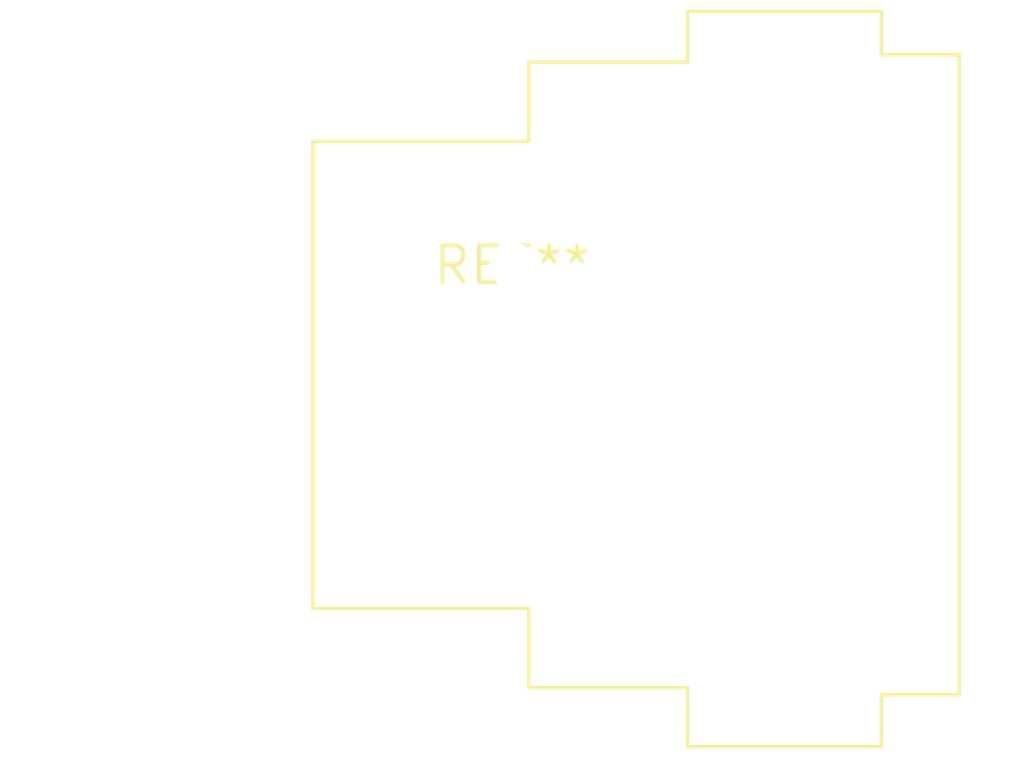
<source format=kicad_pcb>
(kicad_pcb (version 20240108) (generator pcbnew)
  (layers (0 "F.Cu" signal) (31 "B.Cu" signal) (34 "B.Paste" user) (35 "F.Paste" user) (36 "B.SilkS" user "B.Silkscreen") (37 "F.SilkS" user "F.Silkscreen") (38 "B.Mask" user) (39 "F.Mask" user) (44 "Edge.Cuts" user))
  (net 0 "")
  (footprint "Jack_XLR_Neutrik_NC3FAH_Horizontal" (layer "F.Cu") (at 0 0)
    (property "Reference" "REF**")
    (property "Value" "Jack_XLR_Neutrik_NC3FAH_Horizontal")
    (fp_line (start -6.92 -4.31) (end -6.92 11.93) (layer "F.SilkS") (stroke (width 0.12)))
    (fp_line (start 0.58 -7.06) (end 0.58 -4.31) (layer "F.SilkS") (stroke (width 0.12)))
    (fp_line (start 0.58 -4.31) (end -6.92 -4.31) (layer "F.SilkS") (stroke (width 0.12)))
    (fp_line (start 0.58 11.93) (end -6.92 11.93) (layer "F.SilkS") (stroke (width 0.12)))
    (fp_line (start 0.58 11.93) (end 0.58 14.68) (layer "F.SilkS") (stroke (width 0.12)))
    (fp_line (start 6.08 -7.06) (end 0.58 -7.06) (layer "F.SilkS") (stroke (width 0.12)))
    (fp_line (start 6.08 -7.06) (end 6.08 -8.81) (layer "F.SilkS") (stroke (width 0.12)))
    (fp_line (start 6.08 14.68) (end 0.58 14.68) (layer "F.SilkS") (stroke (width 0.12)))
    (fp_line (start 6.08 16.73) (end 6.08 14.68) (layer "F.SilkS") (stroke (width 0.12)))
    (fp_line (start 12.82 -8.81) (end 6.08 -8.81) (layer "F.SilkS") (stroke (width 0.12)))
    (fp_line (start 12.82 -8.81) (end 12.82 -7.31) (layer "F.SilkS") (stroke (width 0.12)))
    (fp_line (start 12.82 -7.31) (end 15.52 -7.31) (layer "F.SilkS") (stroke (width 0.12)))
    (fp_line (start 12.82 14.93) (end 12.82 16.73) (layer "F.SilkS") (stroke (width 0.12)))
    (fp_line (start 12.82 14.93) (end 15.52 14.93) (layer "F.SilkS") (stroke (width 0.12)))
    (fp_line (start 12.82 16.73) (end 6.08 16.73) (layer "F.SilkS") (stroke (width 0.12)))
    (fp_line (start 15.52 -7.31) (end 15.52 14.93) (layer "F.SilkS") (stroke (width 0.12)))
    (pad "" np_thru_hole circle (at 3.81 7.62) (size 1.6 1.6) (drill 1.6) (layers *.Cu *.Mask))
    (pad "" np_thru_hole circle (at 8.89 0) (size 1.6 1.6) (drill 1.6) (layers *.Cu *.Mask))
    (pad "1" thru_hole circle (at 0 0) (size 3.4 3.4) (drill 1.6) (layers *.Cu *.Mask) (remove_unused_layers))
    (pad "2" thru_hole circle (at -0.635 7.62) (size 3.4 3.4) (drill 1.6) (layers *.Cu *.Mask) (remove_unused_layers))
    (pad "3" thru_hole circle (at -4.45 3.81) (size 2.9 2.9) (drill 1.2) (layers *.Cu *.Mask) (remove_unused_layers))
  )
)
</source>
